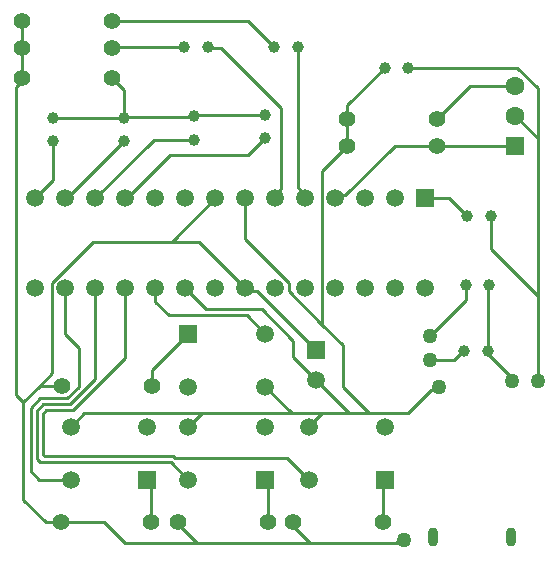
<source format=gbl>
G04*
G04 #@! TF.GenerationSoftware,Altium Limited,Altium Designer,20.1.11 (218)*
G04*
G04 Layer_Physical_Order=2*
G04 Layer_Color=16711680*
%FSLAX25Y25*%
%MOIN*%
G70*
G04*
G04 #@! TF.SameCoordinates,E6333289-3B3F-416E-ACC7-16277D215EEB*
G04*
G04*
G04 #@! TF.FilePolarity,Positive*
G04*
G01*
G75*
%ADD35C,0.01000*%
%ADD36C,0.03937*%
%ADD37C,0.05512*%
%ADD38R,0.06299X0.06299*%
%ADD39C,0.06299*%
%ADD40C,0.05906*%
%ADD41R,0.05906X0.05906*%
%ADD42C,0.05898*%
%ADD43R,0.05898X0.05898*%
%ADD44O,0.03543X0.06299*%
%ADD45C,0.05000*%
D35*
X323000Y364500D02*
X368626D01*
X377126Y356000D01*
X323000Y355500D02*
X323250Y355750D01*
X346876D01*
X347126Y356000D01*
X355562Y355438D02*
X359562D01*
X379500Y335500D01*
Y308539D02*
Y335500D01*
X377597Y305500D02*
Y306636D01*
X379500Y308539D01*
X355000Y356000D02*
X355562Y355438D01*
X385000Y309200D02*
Y356000D01*
Y309200D02*
X387597Y306602D01*
Y305500D02*
Y306602D01*
X293000Y345500D02*
Y355500D01*
Y364500D01*
X393145Y263355D02*
X400000Y256500D01*
X382050Y274450D02*
X393145Y263355D01*
Y314645D01*
X401500Y323000D01*
Y332000D01*
Y336500D02*
X414000Y349000D01*
X401500Y332000D02*
Y336500D01*
X465000Y325500D02*
Y342075D01*
X458076Y349000D02*
X465000Y342075D01*
X421874Y349000D02*
X458076D01*
X417500Y323000D02*
X431500D01*
X400939Y306439D02*
X417500Y323000D01*
X397597Y305500D02*
X398536Y306439D01*
X400939D01*
X442500Y343000D02*
X457500D01*
X431500Y332000D02*
X442500Y343000D01*
X431500Y323000D02*
X457500D01*
Y333000D02*
X465000Y325500D01*
Y273000D02*
Y325500D01*
X449500Y288500D02*
X465000Y273000D01*
Y244500D02*
Y273000D01*
X449500Y288500D02*
Y299500D01*
X450062Y300062D01*
X427597Y305500D02*
X435626D01*
X441626Y299500D01*
X432000Y332000D02*
X432500Y331500D01*
X291000Y240000D02*
X293500Y237500D01*
X291000Y240000D02*
Y342658D01*
X293500Y237500D02*
X299000Y243000D01*
X291000Y342658D02*
X293000Y344658D01*
Y345500D01*
X343050Y290953D02*
X357597Y305500D01*
X343050Y290953D02*
X352145D01*
X367597Y275500D01*
X327000Y332374D02*
Y341500D01*
X323000Y345500D02*
X327000Y341500D01*
X323000Y344000D02*
Y344279D01*
X350250Y332624D02*
X350500Y332874D01*
X350750Y333124D02*
X373750D01*
X374000Y333374D01*
X327000Y332374D02*
X327250Y332624D01*
X350250D01*
X303500Y332374D02*
X327000D01*
X373500Y325000D02*
X374000D01*
X327597Y305500D02*
X328000D01*
X342500Y320000D01*
X368500D02*
X373500Y325000D01*
X342500Y320000D02*
X368500D01*
X337097Y325000D02*
X350500D01*
X317597Y305500D02*
X337097Y325000D01*
X374000D02*
Y325500D01*
X307597Y305500D02*
X308000D01*
X318979Y316479D01*
X318979D01*
X327000Y324500D01*
X303500Y311403D02*
Y324500D01*
X297597Y305500D02*
X303500Y311403D01*
X400000Y242500D02*
X408693Y233807D01*
X400000Y242500D02*
Y256500D01*
X402193Y233807D02*
X408693D01*
X421807D01*
X367597Y291797D02*
Y305500D01*
Y291797D02*
X382050Y277344D01*
Y274450D02*
Y277344D01*
X383500Y252500D02*
Y258000D01*
X354597Y268500D02*
X373000D01*
X368536Y274561D02*
X371439D01*
X391000Y255000D01*
X373000Y268500D02*
X383500Y258000D01*
X367597Y275500D02*
X368536Y274561D01*
X306000Y197500D02*
X320364D01*
X301000D02*
X306000D01*
X299000Y243000D02*
X306500D01*
X299000D02*
X303145Y247145D01*
X301244Y234744D02*
X310244D01*
X299244Y238744D02*
X308263D01*
X298000Y218500D02*
Y234500D01*
X300244Y236744D01*
X300000Y220086D02*
Y233500D01*
X301244Y234744D01*
X296000Y235500D02*
X299244Y238744D01*
X300244Y236744D02*
X309091D01*
X296000Y214500D02*
Y235500D01*
X309091Y236744D02*
X317597Y245250D01*
X310244Y234744D02*
X327597Y252097D01*
X308263Y238744D02*
X312086Y242567D01*
X316753Y290953D02*
X343050D01*
X303145Y277344D02*
X316753Y290953D01*
X303145Y247145D02*
Y277344D01*
X307597Y260123D02*
Y275500D01*
X312086Y242567D02*
Y255635D01*
X307597Y260123D02*
X312086Y255635D01*
X383500Y252500D02*
X391000Y245000D01*
X347597Y275500D02*
X354597Y268500D01*
X368079Y266500D02*
X374220Y260358D01*
X342000Y266500D02*
X368079D01*
X337597Y270903D02*
Y275500D01*
Y270903D02*
X342000Y266500D01*
X327597Y252097D02*
Y275500D01*
X317597Y245250D02*
Y275500D01*
X313784Y233807D02*
X353079D01*
X309335Y229358D02*
X313784Y233807D01*
X300586Y219500D02*
X343600D01*
X300000Y220086D02*
X300586Y219500D01*
X344100Y219000D02*
X381347D01*
X343600Y219500D02*
X344100Y219000D01*
X342772Y217500D02*
X348630Y211642D01*
X298000Y218500D02*
X299000Y217500D01*
X342772D01*
X381347Y219000D02*
X388705Y211642D01*
X293500Y205000D02*
X301000Y197500D01*
X293500Y205000D02*
Y237500D01*
X296000Y214500D02*
X298858Y211642D01*
X309335D01*
X388705Y229358D02*
Y229442D01*
X393070Y233807D01*
X402193D01*
X383055D02*
X393070D01*
X391000Y245000D02*
X402193Y233807D01*
X353079D02*
X383055D01*
X374220Y242642D02*
X383055Y233807D01*
X348630Y229358D02*
X353079Y233807D01*
X345000Y196877D02*
Y197500D01*
Y196877D02*
X351377Y190500D01*
X327364D02*
X351377D01*
X389279D01*
X320364Y197500D02*
X327364Y190500D01*
X389279D02*
X417914D01*
X383500Y196279D02*
X389279Y190500D01*
X448374Y253705D02*
Y254500D01*
Y253705D02*
X456500Y245579D01*
Y244500D02*
Y245579D01*
X448624Y276250D02*
X448874Y276500D01*
X448624Y254750D02*
Y276250D01*
X448374Y254500D02*
X448624Y254750D01*
X441000Y271500D02*
Y276500D01*
X429000Y259500D02*
X441000Y271500D01*
X440064Y254500D02*
X440500D01*
X437064Y251500D02*
X440064Y254500D01*
X429000Y251500D02*
X437064D01*
X421807Y233807D02*
X429422Y241422D01*
X429839D01*
X430918Y242500D01*
X432000D01*
X383500Y196279D02*
Y197500D01*
X419735Y190735D02*
X420500Y191500D01*
X418149Y190735D02*
X419735D01*
X417914Y190500D02*
X418149Y190735D01*
X336500Y243000D02*
Y248228D01*
X348630Y260358D01*
X336000Y197500D02*
Y210567D01*
X334925Y211642D02*
X336000Y210567D01*
X375000Y197500D02*
Y210862D01*
X374220Y211642D02*
X375000Y210862D01*
X413500Y197500D02*
Y210846D01*
X414295Y211642D01*
D36*
X421874Y349000D02*
D03*
X414000D02*
D03*
X347126Y356000D02*
D03*
X355000D02*
D03*
X377126D02*
D03*
X385000D02*
D03*
X449500Y299500D02*
D03*
X441626D02*
D03*
X303500Y324500D02*
D03*
Y332374D02*
D03*
X374000Y325500D02*
D03*
Y333374D02*
D03*
X350500Y332874D02*
D03*
Y325000D02*
D03*
X327000Y332374D02*
D03*
Y324500D02*
D03*
X441000Y276500D02*
D03*
X448874D02*
D03*
X440500Y254500D02*
D03*
X448374D02*
D03*
D37*
X323000Y364500D02*
D03*
X293000D02*
D03*
X323000Y355500D02*
D03*
X293000D02*
D03*
X401500Y332000D02*
D03*
X431500D02*
D03*
X401500Y323000D02*
D03*
X431500D02*
D03*
X336000Y197500D02*
D03*
X306000D02*
D03*
X375000D02*
D03*
X345000D02*
D03*
X336500Y243000D02*
D03*
X306500D02*
D03*
X413500Y197500D02*
D03*
X383500D02*
D03*
X323000Y345500D02*
D03*
X293000D02*
D03*
D38*
X457500Y323000D02*
D03*
D39*
Y333000D02*
D03*
Y343000D02*
D03*
D40*
X297597Y275500D02*
D03*
X307597D02*
D03*
X317597D02*
D03*
X327597D02*
D03*
X337597D02*
D03*
X347597D02*
D03*
X357597D02*
D03*
X367597D02*
D03*
X377597D02*
D03*
X387597D02*
D03*
X397597D02*
D03*
X407597D02*
D03*
X417597D02*
D03*
X427597D02*
D03*
X297597Y305500D02*
D03*
X307597D02*
D03*
X317597D02*
D03*
X327597D02*
D03*
X337597D02*
D03*
X347597D02*
D03*
X357597D02*
D03*
X367597D02*
D03*
X377597D02*
D03*
X387597D02*
D03*
X397597D02*
D03*
X407597D02*
D03*
X417597D02*
D03*
X391000Y245000D02*
D03*
D41*
X427597Y305500D02*
D03*
X391000Y255000D02*
D03*
D42*
X348630Y242642D02*
D03*
X374220D02*
D03*
Y260358D02*
D03*
X348630Y211642D02*
D03*
Y229358D02*
D03*
X374220D02*
D03*
X388705Y211642D02*
D03*
Y229358D02*
D03*
X414295D02*
D03*
X309335Y211642D02*
D03*
Y229358D02*
D03*
X334925D02*
D03*
D43*
X348630Y260358D02*
D03*
X374220Y211642D02*
D03*
X414295D02*
D03*
X334925D02*
D03*
D44*
X456142Y192500D02*
D03*
X430158D02*
D03*
D45*
X465000Y244500D02*
D03*
X456500D02*
D03*
X429000Y259500D02*
D03*
Y251500D02*
D03*
X432000Y242500D02*
D03*
X420500Y191500D02*
D03*
M02*

</source>
